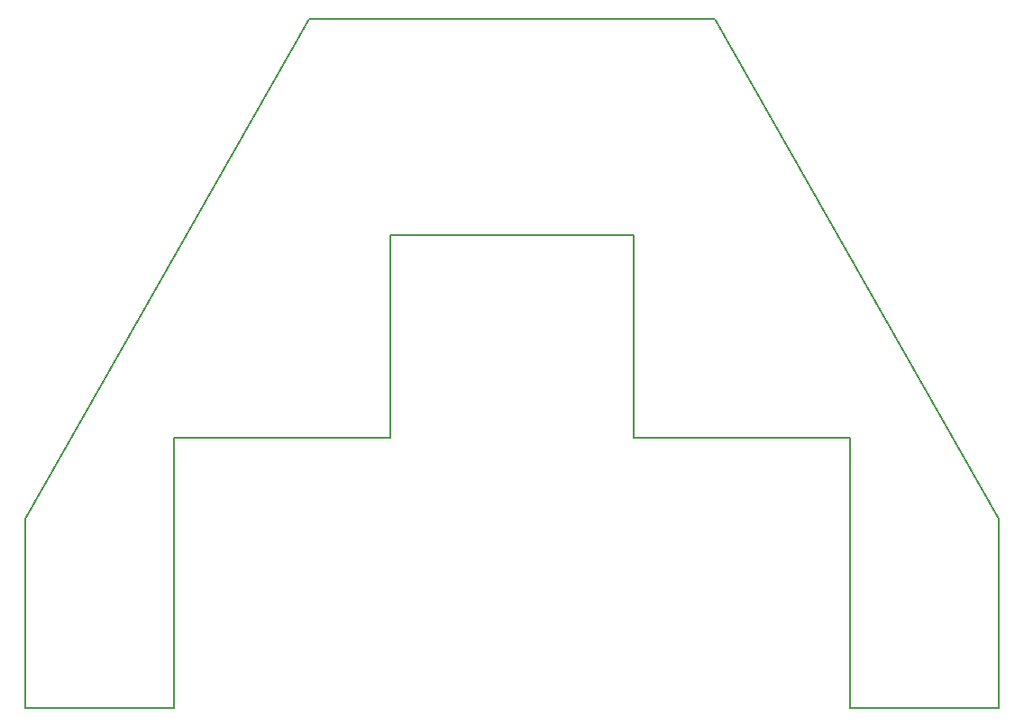
<source format=gbr>
%TF.GenerationSoftware,KiCad,Pcbnew,5.0.2-bee76a0~70~ubuntu18.04.1*%
%TF.CreationDate,2020-12-06T16:42:28+01:00*%
%TF.ProjectId,Robot-power-control,526f626f-742d-4706-9f77-65722d636f6e,rev?*%
%TF.SameCoordinates,Original*%
%TF.FileFunction,Profile,NP*%
%FSLAX46Y46*%
G04 Gerber Fmt 4.6, Leading zero omitted, Abs format (unit mm)*
G04 Created by KiCad (PCBNEW 5.0.2-bee76a0~70~ubuntu18.04.1) date dim. 06 déc. 2020 16:42:28 CET*
%MOMM*%
%LPD*%
G01*
G04 APERTURE LIST*
%ADD10C,0.200000*%
G04 APERTURE END LIST*
D10*
X88900000Y-50800000D02*
X115570000Y-97790000D01*
X115570000Y-115570000D02*
X115570000Y-97790000D01*
X101600000Y-115570000D02*
X115570000Y-115570000D01*
X101600000Y-90170000D02*
X101600000Y-115570000D01*
X81280000Y-90170000D02*
X101600000Y-90170000D01*
X81280000Y-71120000D02*
X81280000Y-90170000D01*
X58420000Y-71120000D02*
X81280000Y-71120000D01*
X58420000Y-90170000D02*
X58420000Y-71120000D01*
X38100000Y-90170000D02*
X58420000Y-90170000D01*
X38100000Y-115570000D02*
X38100000Y-90170000D01*
X24130000Y-115570000D02*
X38100000Y-115570000D01*
X24130000Y-97790000D02*
X24130000Y-115570000D01*
X50800000Y-50800000D02*
X24130000Y-97790000D01*
X50800000Y-50800000D02*
X88900000Y-50800000D01*
M02*

</source>
